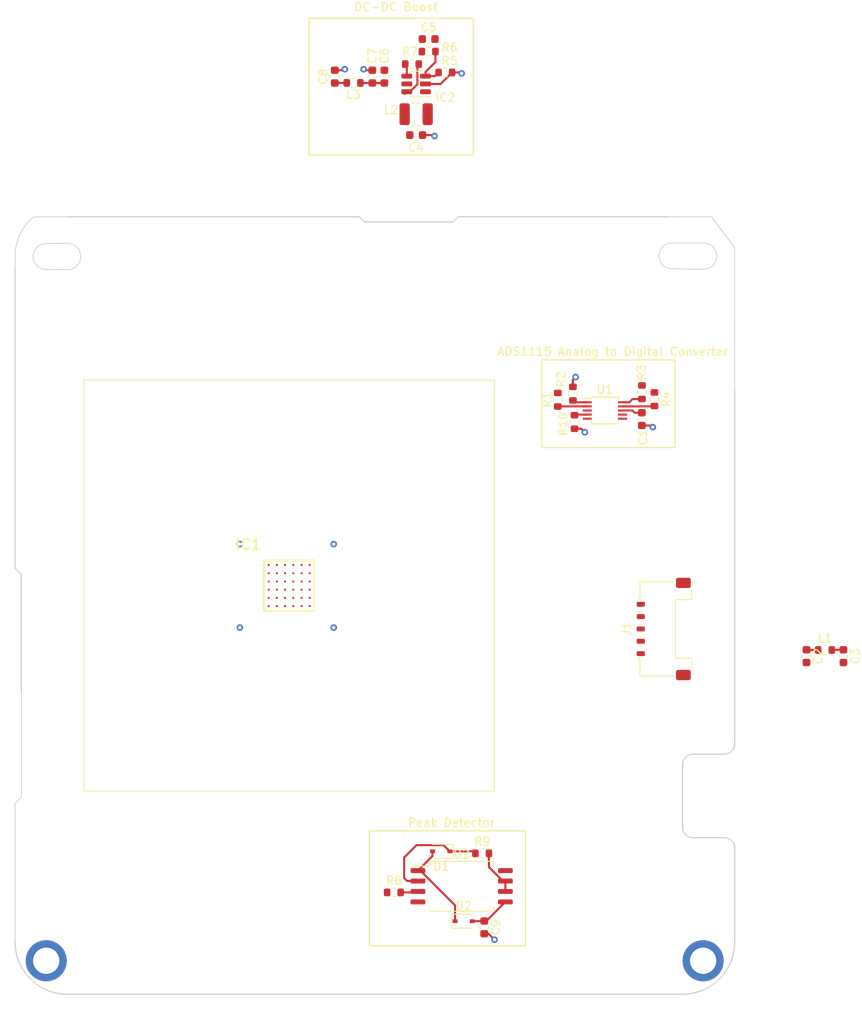
<source format=kicad_pcb>
(kicad_pcb (version 20211014) (generator pcbnew)
  (layers (0 "F.Cu" signal) (31 "B.Cu" signal) (34 "B.Paste" user) (35 "F.Paste" user) (36 "B.SilkS" user "B.Silkscreen") (37 "F.SilkS" user "F.Silkscreen") (38 "B.Mask" user) (39 "F.Mask" user) (44 "Edge.Cuts" user))
  (net 0 "")
  (net 1 "VDDA")
  (net 2 "GND")
  (net 3 "VCC")
  (net 4 "Net-(J1-Pad2)")
  (net 5 "Net-(J1-Pad3)")
  (net 6 "Net-(J1-Pad4)")
  (net 7 "Net-(R2-Pad1)")
  (net 8 "GNDA")
  (net 12 "/VOUT")
  (net 13 "Net-(C5-Pad2)")
  (net 14 "VBIAS")
  (net 15 "Net-(C9-Pad1)")
  (net 16 "Net-(D1-Pad1)")
  (net 17 "Net-(D1-Pad2)")
  (net 18 "Net-(IC1-PadC1)")
  (net 19 "/VIN")
  (net 20 "Net-(IC2-Pad4)")
  (net 21 "Net-(R8-Pad2)")
  (net 22 "Net-(U1-Pad4)")
  (footprint "Resistor_SMD:R_0603_1608Metric" (layer "F.Cu") (at 72.016 28.968)
    (fp_text reference "R5" (at 0.508 -1.43) (layer "F.SilkS"))
    (fp_text value "10K")
    (fp_line (start -0.237258 0.5225) (end 0.237258 0.5225) (layer "F.SilkS") (width 0.12))
    (fp_line (start -0.237258 -0.5225) (end 0.237258 -0.5225) (layer "F.SilkS") (width 0.12))
    (pad "1" smd roundrect (at -0.825 0) (size 0.8 0.95) (layers "F.Cu" "F.Paste" "F.Mask") (net 13 "Net-(C5-Pad2)"))
    (pad "2" smd roundrect (at 0.825 0) (size 0.8 0.95) (layers "F.Cu" "F.Paste" "F.Mask") (net 2 "GND"))
  )
  (footprint "Package_SO:SOIC-8_7.5x5.85mm_P1.27mm" (layer "F.Cu") (at 74 128)
    (fp_text reference "U2" (at 0 -3.88) (layer "F.SilkS"))
    (fp_text value "LM358")
    (fp_line (start -3.86 -2.465) (end -6.225 -2.465) (layer "F.SilkS") (width 0.12))
    (fp_line (start 0 -3.035) (end -3.86 -3.035) (layer "F.SilkS") (width 0.12))
    (fp_line (start 0 -3.035) (end 3.86 -3.035) (layer "F.SilkS") (width 0.12))
    (fp_line (start 3.86 3.035) (end 3.86 2.465) (layer "F.SilkS") (width 0.12))
    (fp_line (start 0 3.035) (end 3.86 3.035) (layer "F.SilkS") (width 0.12))
    (fp_line (start -3.86 3.035) (end -3.86 2.465) (layer "F.SilkS") (width 0.12))
    (fp_line (start -3.86 -3.035) (end -3.86 -2.465) (layer "F.SilkS") (width 0.12))
    (fp_line (start 3.86 -3.035) (end 3.86 -2.465) (layer "F.SilkS") (width 0.12))
    (fp_line (start 0 3.035) (end -3.86 3.035) (layer "F.SilkS") (width 0.12))
    (pad "1" smd roundrect (at -5.325 -1.905) (size 1.8 0.6) (layers "F.Cu" "F.Paste" "F.Mask") (net 17 "Net-(D1-Pad2)"))
    (pad "2" smd roundrect (at -5.325 -0.635) (size 1.8 0.6) (layers "F.Cu" "F.Paste" "F.Mask") (net 16 "Net-(D1-Pad1)"))
    (pad "3" smd roundrect (at -5.325 0.635) (size 1.8 0.6) (layers "F.Cu" "F.Paste" "F.Mask") (net 21 "Net-(R8-Pad2)"))
    (pad "4" smd roundrect (at -5.325 1.905) (size 1.8 0.6) (layers "F.Cu" "F.Paste" "F.Mask"))
    (pad "5" smd roundrect (at 5.325 1.905) (size 1.8 0.6) (layers "F.Cu" "F.Paste" "F.Mask") (net 15 "Net-(C9-Pad1)"))
    (pad "6" smd roundrect (at 5.325 0.635) (size 1.8 0.6) (layers "F.Cu" "F.Paste" "F.Mask") (net 22 "Net-(U1-Pad4)"))
    (pad "7" smd roundrect (at 5.325 -0.635) (size 1.8 0.6) (layers "F.Cu" "F.Paste" "F.Mask") (net 22 "Net-(U1-Pad4)"))
    (pad "8" smd roundrect (at 5.325 -1.905) (size 1.8 0.6) (layers "F.Cu" "F.Paste" "F.Mask"))
  )
  (footprint "Resistor_SMD:R_0603_1608Metric" (layer "F.Cu") (at 87.55 68.054 90)
    (fp_text reference "R2" (at 1.75 -1.44 90) (layer "F.SilkS"))
    (fp_text value "10K")
    (fp_line (start -0.237258 -0.5225) (end 0.237258 -0.5225) (layer "F.SilkS") (width 0.12))
    (fp_line (start -0.237258 0.5225) (end 0.237258 0.5225) (layer "F.SilkS") (width 0.12))
    (pad "1" smd roundrect (at -0.825 0 90) (size 0.8 0.95) (layers "F.Cu" "F.Paste" "F.Mask") (net 7 "Net-(R2-Pad1)"))
    (pad "2" smd roundrect (at 0.825 0 90) (size 0.8 0.95) (layers "F.Cu" "F.Paste" "F.Mask") (net 2 "GND"))
  )
  (footprint "Resistor_SMD:R_0603_1608Metric" (layer "F.Cu") (at 95.96 67.884 -90)
    (fp_text reference "R3" (at -2.44 0.03 90) (layer "F.SilkS"))
    (fp_text value "10K")
    (fp_line (start -0.237258 0.5225) (end 0.237258 0.5225) (layer "F.SilkS") (width 0.12))
    (fp_line (start -0.237258 -0.5225) (end 0.237258 -0.5225) (layer "F.SilkS") (width 0.12))
    (pad "1" smd roundrect (at -0.825 0 270) (size 0.8 0.95) (layers "F.Cu" "F.Paste" "F.Mask") (net 3 "VCC"))
    (pad "2" smd roundrect (at 0.825 0 270) (size 0.8 0.95) (layers "F.Cu" "F.Paste" "F.Mask") (net 5 "Net-(J1-Pad3)"))
  )
  (footprint "Capacitor_SMD:C_0603_1608Metric" (layer "F.Cu") (at 58.554 29.476 90)
    (fp_text reference "C8" (at 0 -1.43 90) (layer "F.SilkS"))
    (fp_text value "1uF")
    (fp_line (start -0.14058 0.51) (end 0.14058 0.51) (layer "F.SilkS") (width 0.12))
    (fp_line (start -0.14058 -0.51) (end 0.14058 -0.51) (layer "F.SilkS") (width 0.12))
    (pad "1" smd roundrect (at -0.775 0 90) (size 0.9 0.95) (layers "F.Cu" "F.Paste" "F.Mask") (net 14 "VBIAS"))
    (pad "2" smd roundrect (at 0.775 0 90) (size 0.9 0.95) (layers "F.Cu" "F.Paste" "F.Mask") (net 2 "GND"))
  )
  (footprint "Capacitor_SMD:C_0603_1608Metric" (layer "F.Cu") (at 64.587 29.476 90)
    (fp_text reference "C6" (at 2.527 0 90) (layer "F.SilkS"))
    (fp_text value "1uF")
    (fp_line (start -0.14058 0.51) (end 0.14058 0.51) (layer "F.SilkS") (width 0.12))
    (fp_line (start -0.14058 -0.51) (end 0.14058 -0.51) (layer "F.SilkS") (width 0.12))
    (pad "1" smd roundrect (at -0.775 0 90) (size 0.9 0.95) (layers "F.Cu" "F.Paste" "F.Mask") (net 12 "/VOUT"))
    (pad "2" smd roundrect (at 0.775 0 90) (size 0.9 0.95) (layers "F.Cu" "F.Paste" "F.Mask") (net 2 "GND"))
  )
  (footprint "" (layer "F.Cu") (at 103.41 137.065)
    (fp_text reference "" (at 0 0) (layer "F.SilkS") (effects (font (size 1.27 1.27))))
    (fp_text value "" (at 0 0) (layer "F.SilkS") (effects (font (size 1.27 1.27))))
    (pad "1" thru_hole circle locked (at 0 0) (size 5 5) (drill 3.2) (layers *.Cu *.Mask) (net 2 "GND"))
  )
  (footprint "Resistor_SMD:R_0603_1608Metric" (layer "F.Cu") (at 97.48 68.734 -90)
    (fp_text reference "R4" (at 0 -1.43 90) (layer "F.SilkS"))
    (fp_text value "10K")
    (fp_line (start -0.237258 -0.5225) (end 0.237258 -0.5225) (layer "F.SilkS") (width 0.12))
    (fp_line (start -0.237258 0.5225) (end 0.237258 0.5225) (layer "F.SilkS") (width 0.12))
    (pad "1" smd roundrect (at -0.825 0 270) (size 0.8 0.95) (layers "F.Cu" "F.Paste" "F.Mask") (net 3 "VCC"))
    (pad "2" smd roundrect (at 0.825 0 270) (size 0.8 0.95) (layers "F.Cu" "F.Paste" "F.Mask") (net 6 "Net-(J1-Pad4)"))
  )
  (footprint "Resistor_SMD:R_0603_1608Metric" (layer "F.Cu") (at 67.952 27.952 180)
    (fp_text reference "R7" (at 0.237258 1.524) (layer "F.SilkS"))
    (fp_text value "10K")
    (fp_line (start -0.237258 0.5225) (end 0.237258 0.5225) (layer "F.SilkS") (width 0.12))
    (fp_line (start -0.237258 -0.5225) (end 0.237258 -0.5225) (layer "F.SilkS") (width 0.12))
    (pad "1" smd roundrect (at -0.825 0 180) (size 0.8 0.95) (layers "F.Cu" "F.Paste" "F.Mask") (net 19 "/VIN"))
    (pad "2" smd roundrect (at 0.825 0 180) (size 0.8 0.95) (layers "F.Cu" "F.Paste" "F.Mask") (net 20 "Net-(IC2-Pad4)"))
  )
  (footprint "Connector_Molex:Molex_Pico-Lock_504050-0591_1x05-1MP_P1.50mm_Horizontal" (layer "F.Cu") (at 98.61 96.69 90)
    (fp_text reference "J1" (at 0 -4.5 90) (layer "F.SilkS"))
    (fp_text value "Conn_01x05_Female")
    (fp_line (start -5.735 -2.895) (end -3.56 -2.895) (layer "F.SilkS") (width 0.12))
    (fp_line (start -4.72 3.425) (end -3.565 3.425) (layer "F.SilkS") (width 0.12))
    (fp_line (start -5.735 1.235) (end -5.735 -2.895) (layer "F.SilkS") (width 0.12))
    (fp_line (start 3.565 1.425) (end 3.565 3.425) (layer "F.SilkS") (width 0.12))
    (fp_line (start -3.565 1.425) (end 3.565 1.425) (layer "F.SilkS") (width 0.12))
    (fp_line (start 5.735 -2.895) (end 3.56 -2.895) (layer "F.SilkS") (width 0.12))
    (fp_line (start 5.735 1.235) (end 5.735 -2.895) (layer "F.SilkS") (width 0.12))
    (fp_line (start -3.56 -2.895) (end -3.56 -3.295) (layer "F.SilkS") (width 0.12))
    (fp_line (start -3.565 3.425) (end -3.565 1.425) (layer "F.SilkS") (width 0.12))
    (fp_line (start 3.565 3.425) (end 4.72 3.425) (layer "F.SilkS") (width 0.12))
    (pad "1" smd roundrect (at -3 -2.795 90) (size 0.6 1) (layers "F.Cu" "F.Paste" "F.Mask") (net 3 "VCC"))
    (pad "2" smd roundrect (at -1.5 -2.795 90) (size 0.6 1) (layers "F.Cu" "F.Paste" "F.Mask") (net 4 "Net-(J1-Pad2)"))
    (pad "3" smd roundrect (at 0 -2.795 90) (size 0.6 1) (layers "F.Cu" "F.Paste" "F.Mask") (net 5 "Net-(J1-Pad3)"))
    (pad "4" smd roundrect (at 1.5 -2.795 90) (size 0.6 1) (layers "F.Cu" "F.Paste" "F.Mask") (net 6 "Net-(J1-Pad4)"))
    (pad "5" smd roundrect (at 3 -2.795 90) (size 0.6 1) (layers "F.Cu" "F.Paste" "F.Mask") (net 2 "GND"))
    (pad "MP" smd roundrect (at 5.605 2.395 90) (size 1.25 1.8) (layers "F.Cu" "F.Paste" "F.Mask") (roundrect_rratio 0.2))
    (pad "MP" smd roundrect (at -5.605 2.395 90) (size 1.25 1.8) (layers "F.Cu" "F.Paste" "F.Mask") (roundrect_rratio 0.2))
  )
  (footprint "" (layer "F.Cu") (at 23.41 137.065)
    (fp_text reference "" (at 0 0) (layer "F.SilkS") (effects (font (size 1.27 1.27))))
    (fp_text value "" (at 0 0) (layer "F.SilkS") (effects (font (size 1.27 1.27))))
    (pad "1" thru_hole circle locked (at 0 0) (size 5 5) (drill 3.2) (layers *.Cu *.Mask) (net 2 "GND"))
  )
  (footprint "Resistor_SMD:R_0603_1608Metric" (layer "F.Cu") (at 87.75 71.5 90)
    (fp_text reference "R10" (at -0.25 -1.43 90) (layer "F.SilkS"))
    (fp_text value "?")
    (fp_line (start -0.237258 0.5225) (end 0.237258 0.5225) (layer "F.SilkS") (width 0.12))
    (fp_line (start -0.237258 -0.5225) (end 0.237258 -0.5225) (layer "F.SilkS") (width 0.12))
    (pad "1" smd roundrect (at -0.825 0 90) (size 0.8 0.95) (layers "F.Cu" "F.Paste" "F.Mask") (net 2 "GND"))
    (pad "2" smd roundrect (at 0.825 0 90) (size 0.8 0.95) (layers "F.Cu" "F.Paste" "F.Mask") (net 22 "Net-(U1-Pad4)"))
  )
  (footprint "Resistor_SMD:R_0603_1608Metric" (layer "F.Cu") (at 85.71 68.794 -90)
    (fp_text reference "R1" (at -0.01 1.29 90) (layer "F.SilkS"))
    (fp_text value "10K")
    (fp_line (start -0.237258 0.5225) (end 0.237258 0.5225) (layer "F.SilkS") (width 0.12))
    (fp_line (start -0.237258 -0.5225) (end 0.237258 -0.5225) (layer "F.SilkS") (width 0.12))
    (pad "1" smd roundrect (at -0.825 0 270) (size 0.8 0.95) (layers "F.Cu" "F.Paste" "F.Mask") (net 3 "VCC"))
    (pad "2" smd roundrect (at 0.825 0 270) (size 0.8 0.95) (layers "F.Cu" "F.Paste" "F.Mask") (net 4 "Net-(J1-Pad2)"))
  )
  (footprint "Capacitor_SMD:C_0603_1608Metric" (layer "F.Cu") (at 116 100 -90)
    (fp_text reference "C2" (at 0 -1.43 90) (layer "F.SilkS"))
    (fp_text value "C")
    (fp_line (start -0.14058 0.51) (end 0.14058 0.51) (layer "F.SilkS") (width 0.12))
    (fp_line (start -0.14058 -0.51) (end 0.14058 -0.51) (layer "F.SilkS") (width 0.12))
    (pad "1" smd roundrect (at -0.775 0 270) (size 0.9 0.95) (layers "F.Cu" "F.Paste" "F.Mask") (net 1 "VDDA"))
    (pad "2" smd roundrect (at 0.775 0 270) (size 0.9 0.95) (layers "F.Cu" "F.Paste" "F.Mask") (net 2 "GND"))
  )
  (footprint "Capacitor_SMD:C_0603_1608Metric" (layer "F.Cu") (at 120.5 100 -90)
    (fp_text reference "C3" (at 0 -1.43 90) (layer "F.SilkS"))
    (fp_text value "C")
    (fp_line (start -0.14058 -0.51) (end 0.14058 -0.51) (layer "F.SilkS") (width 0.12))
    (fp_line (start -0.14058 0.51) (end 0.14058 0.51) (layer "F.SilkS") (width 0.12))
    (pad "1" smd roundrect (at -0.775 0 270) (size 0.9 0.95) (layers "F.Cu" "F.Paste" "F.Mask") (net 3 "VCC"))
    (pad "2" smd roundrect (at 0.775 0 270) (size 0.9 0.95) (layers "F.Cu" "F.Paste" "F.Mask") (net 2 "GND"))
  )
  (footprint "Resistor_SMD:R_0603_1608Metric" (layer "F.Cu") (at 65.75 128.75)
    (fp_text reference "R8" (at 0 -1.43) (layer "F.SilkS"))
    (fp_text value "10K")
    (fp_line (start -0.237258 -0.5225) (end 0.237258 -0.5225) (layer "F.SilkS") (width 0.12))
    (fp_line (start -0.237258 0.5225) (end 0.237258 0.5225) (layer "F.SilkS") (width 0.12))
    (pad "1" smd roundrect (at -0.825 0) (size 0.8 0.95) (layers "F.Cu" "F.Paste" "F.Mask") (net 18 "Net-(IC1-PadC1)"))
    (pad "2" smd roundrect (at 0.825 0) (size 0.8 0.95) (layers "F.Cu" "F.Paste" "F.Mask") (net 21 "Net-(R8-Pad2)"))
  )
  (footprint "Capacitor_SMD:C_0603_1608Metric" (layer "F.Cu") (at 63.126 29.476 90)
    (fp_text reference "C7" (at 2.54 0 90) (layer "F.SilkS"))
    (fp_text value "0.47pF")
    (fp_line (start -0.14058 -0.51) (end 0.14058 -0.51) (layer "F.SilkS") (width 0.12))
    (fp_line (start -0.14058 0.51) (end 0.14058 0.51) (layer "F.SilkS") (width 0.12))
    (pad "1" smd roundrect (at -0.775 0 90) (size 0.9 0.95) (layers "F.Cu" "F.Paste" "F.Mask") (net 12 "/VOUT"))
    (pad "2" smd roundrect (at 0.775 0 90) (size 0.9 0.95) (layers "F.Cu" "F.Paste" "F.Mask") (net 2 "GND"))
  )
  (footprint "Diode_SMD:D_SOD-323" (layer "F.Cu") (at 71.5 123.75 180)
    (fp_text reference "D1" (at 0 -1.85) (layer "F.SilkS"))
    (fp_text value "DIODE")
    (fp_line (start -1.5 -0.85) (end 1.05 -0.85) (layer "F.SilkS") (width 0.12))
    (fp_line (start -1.5 0.85) (end 1.05 0.85) (layer "F.SilkS") (width 0.12))
    (fp_line (start -1.5 -0.85) (end -1.5 0.85) (layer "F.SilkS") (width 0.12))
    (pad "1" smd rect (at -1.05 0 180) (size 0.6 0.45) (layers "F.Cu" "F.Paste" "F.Mask") (net 16 "Net-(D1-Pad1)"))
    (pad "2" smd rect (at 1.05 0 180) (size 0.6 0.45) (layers "F.Cu" "F.Paste" "F.Mask") (net 17 "Net-(D1-Pad2)"))
  )
  (footprint "Capacitor_SMD:C_0603_1608Metric" (layer "F.Cu") (at 68.46 36.588)
    (fp_text reference "C4" (at 0 1.524) (layer "F.SilkS"))
    (fp_text value "1uF")
    (fp_line (start -0.14058 -0.51) (end 0.14058 -0.51) (layer "F.SilkS") (width 0.12))
    (fp_line (start -0.14058 0.51) (end 0.14058 0.51) (layer "F.SilkS") (width 0.12))
    (pad "1" smd roundrect (at -0.775 0) (size 0.9 0.95) (layers "F.Cu" "F.Paste" "F.Mask") (net 1 "VDDA"))
    (pad "2" smd roundrect (at 0.775 0) (size 0.9 0.95) (layers "F.Cu" "F.Paste" "F.Mask") (net 2 "GND"))
  )
  (footprint "Capacitor_SMD:C_0603_1608Metric" (layer "F.Cu") (at 95.95 71.154 -90)
    (fp_text reference "C1" (at 2.2 -0.11 90) (layer "F.SilkS"))
    (fp_text value "0.1")
    (fp_line (start -0.14058 0.51) (end 0.14058 0.51) (layer "F.SilkS") (width 0.12))
    (fp_line (start -0.14058 -0.51) (end 0.14058 -0.51) (layer "F.SilkS") (width 0.12))
    (pad "1" smd roundrect (at -0.775 0 270) (size 0.9 0.95) (layers "F.Cu" "F.Paste" "F.Mask") (net 1 "VDDA"))
    (pad "2" smd roundrect (at 0.775 0 270) (size 0.9 0.95) (layers "F.Cu" "F.Paste" "F.Mask") (net 2 "GND"))
  )
  (footprint "Resistor_SMD:R_0603_1608Metric" (layer "F.Cu") (at 69.984 26.428 180)
    (fp_text reference "R6" (at -2.54 0.508) (layer "F.SilkS"))
    (fp_text value "280K")
    (fp_line (start -0.237258 -0.5225) (end 0.237258 -0.5225) (layer "F.SilkS") (width 0.12))
    (fp_line (start -0.237258 0.5225) (end 0.237258 0.5225) (layer "F.SilkS") (width 0.12))
    (pad "1" smd roundrect (at -0.825 0 180) (size 0.8 0.95) (layers "F.Cu" "F.Paste" "F.Mask") (net 13 "Net-(C5-Pad2)"))
    (pad "2" smd roundrect (at 0.825 0 180) (size 0.8 0.95) (layers "F.Cu" "F.Paste" "F.Mask") (net 12 "/VOUT"))
  )
  (footprint "SiPM:MICROFJ60035TSVTR1" (layer "F.Cu") (at 53 91.41)
    (fp_text reference "IC1" (at -5 -5) (layer "F.SilkS") (effects (font (size 1.27 1.27) (thickness 0.254))))
    (fp_text value "MICROFJ-60035-TSV-TR1" hide)
    (fp_line (start 3.065 -3.065) (end 3.065 3.065) (layer "F.SilkS") (width 0.2))
    (fp_line (start -25 25) (end -25 0) (layer "F.SilkS") (width 0.12))
    (fp_line (start -3.7 -2.5) (end -3.7 -2.5) (layer "F.SilkS") (width 0.1))
    (fp_line (start 25 25) (end -25 25) (layer "F.SilkS") (width 0.12))
    (fp_line (start -3.065 3.065) (end -3.065 -3.065) (layer "F.SilkS") (width 0.2))
    (fp_line (start -3.065 -3.065) (end 3.065 -3.065) (layer "F.SilkS") (width 0.2))
    (fp_line (start -3.6 -2.5) (end -3.6 -2.5) (layer "F.SilkS") (width 0.1))
    (fp_line (start 25 -25) (end 25 25) (layer "F.SilkS") (width 0.12))
    (fp_line (start 3.065 3.065) (end -3.065 3.065) (layer "F.SilkS") (width 0.2))
    (fp_line (start -25 -25) (end 25 -25) (layer "F.SilkS") (width 0.12))
    (fp_line (start -25 0) (end -25 -25) (layer "F.SilkS") (width 0.12))
    (fp_arc (start -3.7 -2.5) (mid -3.65 -2.55) (end -3.6 -2.5) (layer "F.SilkS") (width 0.1))
    (fp_arc (start -3.6 -2.5) (mid -3.65 -2.45) (end -3.7 -2.5) (layer "F.SilkS") (width 0.1))
    (pad "A1" smd circle (at -2.5 -2.5 90) (size 0.26 0.26) (layers "F.Cu" "F.Paste" "F.Mask") (net 14 "VBIAS"))
    (pad "A2" smd circle (at -1.5 -2.5 90) (size 0.26 0.26) (layers "F.Cu" "F.Paste" "F.Mask") (net 2 "GND"))
    (pad "A3" smd circle (at -0.5 -2.5 90) (size 0.26 0.26) (layers "F.Cu" "F.Paste" "F.Mask") (net 2 "GND"))
    (pad "A4" smd circle (at 0.5 -2.5 90) (size 0.26 0.26) (layers "F.Cu" "F.Paste" "F.Mask") (net 2 "GND"))
    (pad "A5" smd circle (at 1.5 -2.5 90) (size 0.26 0.26) (layers "F.Cu" "F.Paste" "F.Mask") (net 2 "GND"))
    (pad "A6" smd circle (at 2.5 -2.5 90) (size 0.26 0.26) (layers "F.Cu" "F.Paste" "F.Mask") (net 2 "GND"))
    (pad "B1" smd circle (at -2.5 -1.5 90) (size 0.26 0.26) (layers "F.Cu" "F.Paste" "F.Mask") (net 2 "GND"))
    (pad "B2" smd circle (at -1.5 -1.5 90) (size 0.26 0.26) (layers "F.Cu" "F.Paste" "F.Mask") (net 2 "GND"))
    (pad "B3" smd circle (at -0.5 -1.5 90) (size 0.26 0.26) (layers "F.Cu" "F.Paste" "F.Mask") (net 2 "GND"))
    (pad "B4" smd circle (at 0.5 -1.5 90) (size 0.26 0.26) (layers "F.Cu" "F.Paste" "F.Mask") (net 2 "GND"))
    (pad "B5" smd circle (at 1.5 -1.5 90) (size 0.26 0.26) (layers "F.Cu" "F.Paste" "F.Mask") (net 2 "GND"))
    (pad "B6" smd circle (at 2.5 -1.5 90) (size 0.26 0.26) (layers "F.Cu" "F.Paste" "F.Mask") (net 2 "GND"))
    (pad "C1" smd circle (at -2.5 -0.5 90) (size 0.26 0.26) (layers "F.Cu" "F.Paste" "F.Mask") (net 18 "Net-(IC1-PadC1)"))
    (pad "C2" smd circle (at -1.5 -0.5 90) (size 0.26 0.26) (layers "F.Cu" "F.Paste" "F.Mask") (net 2 "GND"))
    (pad "C3" smd circle (at -0.5 -0.5 90) (size 0.26 0.26) (layers "F.Cu" "F.Paste" "F.Mask") (net 2 "GND"))
    (pad "C4" smd circle (at 0.5 -0.5 90) (size 0.26 0.26) (layers "F.Cu" "F.Paste" "F.Mask") (net 2 "GND"))
    (pad "C5" smd circle (at 1.5 -0.5 90) (size 0.26 0.26) (layers "F.Cu" "F.Paste" "F.Mask") (net 2 "GND"))
    (pad "C6" smd circle (at 2.5 -0.5 90) (size 0.26 0.26) (layers "F.Cu" "F.Paste" "F.Mask"))
    (pad "D1" smd circle (at -2.5 0.5 90) (size 0.26 0.26) (layers "F.Cu" "F.Paste" "F.Mask") (net 18 "Net-(IC1-PadC1)"))
    (pad "D2" smd circle (at -1.5 0.5 90) (size 0.26 0.26) (layers "F.Cu" "F.Paste" "F.Mask") (net 2 "GND"))
    (pad "D3" smd circle (at -0.5 0.5 90) (size 0.26 0.26) (layers "F.Cu" "F.Paste" "F.Mask") (net 2 "GND"))
    (pad "D4" smd circle (at 0.5 0.5 90) (size 0.26 0.26) (layers "F.Cu" "F.Paste" "F.Mask") (net 2 "GND"))
    (pad "D5" smd circle (at 1.5 0.5 90) (size 0.26 0.26) (layers "F.Cu" "F.Paste" "F.Mask") (net 2 "GND"))
    (pad "D6" smd circle (at 2.5 0.5 90) (size 0.26 0.26) (layers "F.Cu" "F.Paste" "F.Mask"))
    (pad "E1" smd circle (at -2.5 1.5 90) (size 0.26 0.26) (layers "F.Cu" "F.Paste" "F.Mask") (net 2 "GND"))
    (pad "E2" smd circle (at -1.5 1.5 90) (size 0.26 0.26) (layers "F.Cu" "F.Paste" "F.Mask") (net 2 "GND"))
    (pad "E3" smd circle (at -0.5 1.5 90) (size 0.26 0.26) (layers "F.Cu" "F.Paste" "F.Mask") (net 2 "GND"))
    (pad "E4" smd circle (at 0.5 1.5 90) (size 0.26 0.26) (layers "F.Cu" "F.Paste" "F.Mask") (net 2 "GND"))
    (pad "E5" smd circle (at 1.5 1.5 90) (size 0.26 0.26) (layers "F.Cu" "F.Paste" "F.Mask") (net 2 "GND"))
    (pad "E6" smd circle (at 2.5 1.5 90) (size 0.26 0.26) (layers "F.Cu" "F.Paste" "F.Mask") (net 2 "GND"))
    (pad "F1" smd circle (at -2.5 2.5 90) (size 0.26 0.26) (layers "F.Cu" "F.Paste" "F.Mask") (net 2 "GND"))
    (pad "F2" smd circle (at -1.5 2.5 90) (size 0.26 0.26) (layers "F.Cu" "F.Paste" "F.Mask") (net 2 "GND"))
    (pad "F3" smd circle (at -0.5 2.5 90) (size 0.26 0.26) (layers "F.Cu" "F.Paste" "F.Mask") (net 2 "GND"))
    (pad "F4" smd circle (at 0.5 2.5 90) (size 0.26 0.26) (layers "F.Cu" "F.Paste" "F.Mask") (net 2 "GND"))
    (pad "F5" smd circle (at 1.5 2.5 90) (size 0.26 0.26) (layers "F.Cu" "F.Paste" "F.Mask") (net 2 "GND"))
    (pad "F6" smd circle (at 2.5 2.5 90) (size 0.26 0.26) (layers "F.Cu" "F.Paste" "F.Mask") (net 14 "VBIAS"))
  )
  (footprint "Resistor_SMD:R_0603_1608Metric" (layer "F.Cu") (at 76.5 124)
    (fp_text reference "R9" (at 0 -1.43) (layer "F.SilkS"))
    (fp_text value "10K")
    (fp_line (start -0.237258 -0.5225) (end 0.237258 -0.5225) (layer "F.SilkS") (width 0.12))
    (fp_line (start -0.237258 0.5225) (end 0.237258 0.5225) (layer "F.SilkS") (width 0.12))
    (pad "1" smd roundrect (at -0.825 0) (size 0.8 0.95) (layers "F.Cu" "F.Paste" "F.Mask") (net 16 "Net-(D1-Pad1)"))
    (pad "2" smd roundrect (at 0.825 0) (size 0.8 0.95) (layers "F.Cu" "F.Paste" "F.Mask") (net 22 "Net-(U1-Pad4)"))
  )
  (footprint "Diode_SMD:D_SOD-323" (layer "F.Cu") (at 74.25 132.25)
    (fp_text reference "D2" (at 0 -1.85) (layer "F.SilkS"))
    (fp_text value "DIODE")
    (fp_line (start -1.5 0.85) (end 1.05 0.85) (layer "F.SilkS") (width 0.12))
    (fp_line (start -1.5 -0.85) (end -1.5 0.85) (layer "F.SilkS") (width 0.12))
    (fp_line (start -1.5 -0.85) (end 1.05 -0.85) (layer "F.SilkS") (width 0.12))
    (pad "1" smd rect (at -1.05 0) (size 0.6 0.45) (layers "F.Cu" "F.Paste" "F.Mask") (net 17 "Net-(D1-Pad2)"))
    (pad "2" smd rect (at 1.05 0) (size 0.6 0.45) (layers "F.Cu" "F.Paste" "F.Mask") (net 15 "Net-(C9-Pad1)"))
  )
  (footprint "Package_TO_SOT_SMD:TSOT-23-6" (layer "F.Cu") (at 68.46 30.366 180)
    (fp_text reference "IC2" (at -3.556 -1.65) (layer "F.SilkS"))
    (fp_text value "LT3461AES6#TRMPBF")
    (fp_line (start 0 -1.56) (end -1.8 -1.56) (layer "F.SilkS") (width 0.12))
    (fp_line (start 0 1.56) (end 0.8 1.56) (layer "F.SilkS") (width 0.12))
    (fp_line (start 0 1.56) (end -0.8 1.56) (layer "F.SilkS") (width 0.12))
    (fp_line (start 0 -1.56) (end 0.8 -1.56) (layer "F.SilkS") (width 0.12))
    (pad "1" smd roundrect (at -1.1375 -0.95 180) (size 1.325 0.6) (layers "F.Cu" "F.Paste" "F.Mask") (net 1 "VDDA"))
    (pad "2" smd roundrect (at -1.1375 0 180) (size 1.325 0.6) (layers "F.Cu" "F.Paste" "F.Mask") (net 2 "GND"))
    (pad "3" smd roundrect (at -1.1375 0.95 180) (size 1.325 0.6) (layers "F.Cu" "F.Paste" "F.Mask") (net 13 "Net-(C5-Pad2)"))
    (pad "4" smd roundrect (at 1.1375 0.95 180) (size 1.325 0.6) (layers "F.Cu" "F.Paste" "F.Mask") (net 20 "Net-(IC2-Pad4)"))
    (pad "5" smd roundrect (at 1.1375 0 180) (size 1.325 0.6) (layers "F.Cu" "F.Paste" "F.Mask") (net 12 "/VOUT"))
    (pad "6" smd roundrect (at 1.1375 -0.95 180) (size 1.325 0.6) (layers "F.Cu" "F.Paste" "F.Mask") (net 19 "/VIN"))
  )
  (footprint "Capacitor_SMD:C_0603_1608Metric" (layer "F.Cu") (at 76.75 133 -90)
    (fp_text reference "C9" (at 0 -1.43 90) (layer "F.SilkS"))
    (fp_text value "?")
    (fp_line (start -0.14058 0.51) (end 0.14058 0.51) (layer "F.SilkS") (width 0.12))
    (fp_line (start -0.14058 -0.51) (end 0.14058 -0.51) (layer "F.SilkS") (width 0.12))
    (pad "1" smd roundrect (at -0.775 0 270) (size 0.9 0.95) (layers "F.Cu" "F.Paste" "F.Mask") (net 15 "Net-(C9-Pad1)"))
    (pad "2" smd roundrect (at 0.775 0 270) (size 0.9 0.95) (layers "F.Cu" "F.Paste" "F.Mask") (net 2 "GND"))
  )
  (footprint "Capacitor_SMD:C_0603_1608Metric" (layer "F.Cu") (at 69.984 24.904)
    (fp_text reference "C5" (at 0 -1.43) (layer "F.SilkS"))
    (fp_text value "50pF")
    (fp_line (start -0.14058 0.51) (end 0.14058 0.51) (layer "F.SilkS") (width 0.12))
    (fp_line (start -0.14058 -0.51) (end 0.14058 -0.51) (layer "F.SilkS") (width 0.12))
    (pad "1" smd roundrect (at -0.775 0) (size 0.9 0.95) (layers "F.Cu" "F.Paste" "F.Mask") (net 12 "/VOUT"))
    (pad "2" smd roundrect (at 0.775 0) (size 0.9 0.95) (layers "F.Cu" "F.Paste" "F.Mask") (net 13 "Net-(C5-Pad2)"))
  )
  (footprint "Resistor_SMD:R_0603_1608Metric" (layer "F.Cu") (at 118.25 99.25)
    (fp_text reference "L1" (at 0 -1.43) (layer "F.SilkS"))
    (fp_text value "L_Ferrite")
    (fp_line (start -0.237258 0.5225) (end 0.237258 0.5225) (layer "F.SilkS") (width 0.12))
    (fp_line (start -0.237258 -0.5225) (end 0.237258 -0.5225) (layer "F.SilkS") (width 0.12))
    (pad "1" smd roundrect (at -0.825 0) (size 0.8 0.95) (layers "F.Cu" "F.Paste" "F.Mask") (net 1 "VDDA"))
    (pad "2" smd roundrect (at 0.825 0) (size 0.8 0.95) (layers "F.Cu" "F.Paste" "F.Mask") (net 3 "VCC"))
  )
  (footprint "Package_SO:TSSOP-10_3x3mm_P0.5mm" (layer "F.Cu") (at 91.44 70.104)
    (fp_text reference "U1" (at 0 -2.55) (layer "F.SilkS"))
    (fp_text value "ADS1115IDGS")
    (fp_line (start -1.625 -1.625) (end -1.625 -1.45) (layer "F.SilkS") (width 0.15))
    (fp_line (start -1.625 -1.45) (end -2.7 -1.45) (layer "F.SilkS") (width 0.15))
    (fp_line (start 1.625 -1.625) (end 1.625 -1.35) (layer "F.SilkS") (width 0.15))
    (fp_line (start -1.625 1.625) (end -1.625 1.35) (layer "F.SilkS") (width 0.15))
    (fp_line (start -1.625 1.625) (end 1.625 1.625) (layer "F.SilkS") (width 0.15))
    (fp_line (start -1.625 -1.625) (end 1.625 -1.625) (layer "F.SilkS") (width 0.15))
    (fp_line (start 1.625 1.625) (end 1.625 1.35) (layer "F.SilkS") (width 0.15))
    (pad "1" smd rect (at -2.15 -1) (size 1.1 0.25) (layers "F.Cu" "F.Paste" "F.Mask") (net 7 "Net-(R2-Pad1)"))
    (pad "2" smd rect (at -2.15 -0.5) (size 1.1 0.25) (layers "F.Cu" "F.Paste" "F.Mask") (net 4 "Net-(J1-Pad2)"))
    (pad "3" smd rect (at -2.15 0) (size 1.1 0.25) (layers "F.Cu" "F.Paste" "F.Mask") (net 8 "GNDA"))
    (pad "4" smd rect (at -2.15 0.5) (size 1.1 0.25) (layers "F.Cu" "F.Paste" "F.Mask") (net 22 "Net-(U1-Pad4)"))
    (pad "5" smd rect (at -2.15 1) (size 1.1 0.25) (layers "F.Cu" "F.Paste" "F.Mask"))
    (pad "6" smd rect (at 2.15 1) (size 1.1 0.25) (layers "F.Cu" "F.Paste" "F.Mask"))
    (pad "7" smd rect (at 2.15 0.5) (size 1.1 0.25) (layers "F.Cu" "F.Paste" "F.Mask"))
    (pad "8" smd rect (at 2.15 0) (size 1.1 0.25) (layers "F.Cu" "F.Paste" "F.Mask") (net 1 "VDDA"))
    (pad "9" smd rect (at 2.15 -0.5) (size 1.1 0.25) (layers "F.Cu" "F.Paste" "F.Mask") (net 6 "Net-(J1-Pad4)"))
    (pad "10" smd rect (at 2.15 -1) (size 1.1 0.25) (layers "F.Cu" "F.Paste" "F.Mask") (net 5 "Net-(J1-Pad3)"))
  )
  (footprint "Inductor_SMD:L_1210_3225Metric" (layer "F.Cu") (at 68.46 34.048 180)
    (fp_text reference "L2" (at 3.048 0.508) (layer "F.SilkS"))
    (fp_text value "18uH")
    (fp_line (start -0.602064 -1.36) (end 0.602064 -1.36) (layer "F.SilkS") (width 0.12))
    (fp_line (start -0.602064 1.36) (end 0.602064 1.36) (layer "F.SilkS") (width 0.12))
    (pad "1" smd roundrect (at -1.4 0 180) (size 1.25 2.65) (layers "F.Cu" "F.Paste" "F.Mask") (roundrect_rratio 0.2) (net 1 "VDDA"))
    (pad "2" smd roundrect (at 1.4 0 180) (size 1.25 2.65) (layers "F.Cu" "F.Paste" "F.Mask") (roundrect_rratio 0.2) (net 19 "/VIN"))
  )
  (footprint "Resistor_SMD:R_0603_1608Metric" (layer "F.Cu") (at 60.84 30.238 180)
    (fp_text reference "L3" (at 0 -1.43) (layer "F.SilkS"))
    (fp_text value "2.5k Ferrite")
    (fp_line (start -0.237258 -0.5225) (end 0.237258 -0.5225) (layer "F.SilkS") (width 0.12))
    (fp_line (start -0.237258 0.5225) (end 0.237258 0.5225) (layer "F.SilkS") (width 0.12))
    (pad "1" smd roundrect (at -0.825 0 180) (size 0.8 0.95) (layers "F.Cu" "F.Paste" "F.Mask") (net 12 "/VOUT"))
    (pad "2" smd roundrect (at 0.825 0 180) (size 0.8 0.95) (layers "F.Cu" "F.Paste" "F.Mask") (net 14 "VBIAS"))
  )
  (gr_line (start 75.412 22.366) (end 75.412 39) (layer "F.SilkS") (width 0.15))
  (gr_line (start 75.412 39) (end 55.412 39) (layer "F.SilkS") (width 0.15))
  (gr_line (start 100.008 63.948) (end 83.752 63.948) (layer "F.SilkS") (width 0.15))
  (gr_line (start 55.412 39) (end 55.412 22.366) (layer "F.SilkS") (width 0.15))
  (gr_line (start 83.752 63.948) (end 83.752 74.616) (layer "F.SilkS") (width 0.15))
  (gr_line (start 100.008 74.616) (end 100.008 63.948) (layer "F.SilkS") (width 0.15))
  (gr_line (start 55.412 22.366) (end 75.412 22.366) (layer "F.SilkS") (width 0.15))
  (gr_line (start 81.75 121.25) (end 62.75 121.25) (layer "F.SilkS") (width 0.15))
  (gr_line (start 62.75 135.25) (end 81.75 135.25) (layer "F.SilkS") (width 0.15))
  (gr_line (start 83.752 74.616) (end 100.008 74.616) (layer "F.SilkS") (width 0.15))
  (gr_line (start 81.75 135.25) (end 81.75 121.25) (layer "F.SilkS") (width 0.15))
  (gr_line (start 62.75 121.25) (end 62.75 135.25) (layer "F.SilkS") (width 0.15))
  (gr_arc locked (start 107.25 110.66) (mid 106.878026 111.558026) (end 105.98 111.93) (layer "Edge.Cuts") (width 0.15))
  (gr_line locked (start 25.97 141.14) (end 75.5 141.14) (layer "Edge.Cuts") (width 0.15))
  (gr_line locked (start 100.9 120.82) (end 100.9 113.2) (layer "Edge.Cuts") (width 0.15))
  (gr_line locked (start 107.25 134.79) (end 107.25 123.36) (layer "Edge.Cuts") (width 0.15))
  (gr_line locked (start 72.96 47.16) (end 62.165 47.16) (layer "Edge.Cuts") (width 0.15))
  (gr_line locked (start 23.259802 52.939991) (end 26.01 52.965) (layer "Edge.Cuts") (width 0.1))
  (gr_line locked (start 100.9 141.14) (end 75.5 141.14) (layer "Edge.Cuts") (width 0.15))
  (gr_line locked (start 72.96 47.16) (end 73.595 46.525) (layer "Edge.Cuts") (width 0.15))
  (gr_line locked (start 102.17 111.93) (end 105.98 111.93) (layer "Edge.Cuts") (width 0.15))
  (gr_line locked (start 104.435 46.54) (end 107.235 50.29) (layer "Edge.Cuts") (width 0.1))
  (gr_line locked (start 61.53 46.525) (end 29.145 46.525) (layer "Edge.Cuts") (width 0.15))
  (gr_line locked (start 21.898436 46.550523) (end 25.97 46.525) (layer "Edge.Cuts") (width 0.1))
  (gr_line locked (start 107.25 67.48) (end 107.235 50.29) (layer "Edge.Cuts") (width 0.1))
  (gr_arc locked (start 19.633471 51.197101) (mid 20.235 48.615) (end 21.898436 46.550523) (layer "Edge.Cuts") (width 0.1))
  (gr_line locked (start 98.995 46.525) (end 104.435 46.54) (layer "Edge.Cuts") (width 0.1))
  (gr_arc locked (start 25.97 141.14) (mid 21.479872 139.280128) (end 19.62 134.79) (layer "Edge.Cuts") (width 0.15))
  (gr_arc locked (start 26.01 49.765) (mid 27.61 51.365) (end 26.01 52.965) (layer "Edge.Cuts") (width 0.1))
  (gr_arc locked (start 107.25 134.79) (mid 105.390128 139.280128) (end 100.9 141.14) (layer "Edge.Cuts") (width 0.15))
  (gr_arc locked (start 99.61 52.865) (mid 98.035198 51.265009) (end 99.659975 49.715793) (layer "Edge.Cuts") (width 0.1))
  (gr_line locked (start 19.633471 51.197101) (end 19.62 52.875) (layer "Edge.Cuts") (width 0.1))
  (gr_line locked (start 20.382 104.31) (end 20.382 90.086) (layer "Edge.Cuts") (width 0.15))
  (gr_line locked (start 23.309777 49.790784) (end 26.01 49.765) (layer "Edge.Cuts") (width 0.1))
  (gr_line locked (start 103.46 49.715) (end 99.659975 49.715793) (layer "Edge.Cuts") (width 0.1))
  (gr_line locked (start 19.62 52.875) (end 19.62 89.324) (layer "Edge.Cuts") (width 0.15))
  (gr_line locked (start 99.61 52.865) (end 103.46 52.915) (layer "Edge.Cuts") (width 0.1))
  (gr_line locked (start 107.25 110.66) (end 107.25 67.48) (layer "Edge.Cuts") (width 0.15))
  (gr_line locked (start 20.382 104.31) (end 20.382 117.13) (layer "Edge.Cuts") (width 0.1))
  (gr_line locked (start 25.97 46.525) (end 29.145 46.525) (layer "Edge.Cuts") (width 0.15))
  (gr_line locked (start 73.595 46.525) (end 98.995 46.525) (layer "Edge.Cuts") (width 0.15))
  (gr_arc locked (start 100.9 113.2) (mid 101.271974 112.301974) (end 102.17 111.93) (layer "Edge.Cuts") (width 0.15))
  (gr_line locked (start 62.165 47.16) (end 61.53 46.525) (layer "Edge.Cuts") (width 0.15))
  (gr_arc locked (start 23.259802 52.939991) (mid 21.815617 51.342073) (end 23.309777 49.790784) (layer "Edge.Cuts") (width 0.1))
  (gr_line locked (start 19.62 134.79) (end 19.62 117.9) (layer "Edge.Cuts") (width 0.1))
  (gr_arc locked (start 105.98 122.09) (mid 106.878026 122.461974) (end 107.25 123.36) (layer "Edge.Cuts") (width 0.15))
  (gr_arc locked (start 103.46 49.715) (mid 105.06 51.315) (end 103.46 52.915) (layer "Edge.Cuts") (width 0.1))
  (gr_line locked (start 105.98 122.09) (end 102.17 122.09) (layer "Edge.Cuts") (width 0.15))
  (gr_line locked (start 19.62 89.324) (end 20.382 90.086) (layer "Edge.Cuts") (width 0.15))
  (gr_line locked (start 20.382 117.13) (end 19.62 117.9) (layer "Edge.Cuts") (width 0.1))
  (gr_arc locked (start 102.17 122.09) (mid 101.271974 121.718026) (end 100.9 120.82) (layer "Edge.Cuts") (width 0.15))
  (gr_text "DC-DC Boost" (at 66 21) (layer "F.SilkS") (effects (font (size 1 1))))
  (gr_text "Peak Detector" (at 72.75 120.25) (layer "F.SilkS") (effects (font (size 1 1))))
  (gr_text "ADS1115 Analog to Digital Converter" (at 92.388 62.932) (layer "F.SilkS") (effects (font (size 1 1))))
  (segment (start 117.425 99.25) (end 116.025 99.25) (width 0.254) (layer "F.Cu") (net 1))
  (segment (start 95.065 70.379) (end 95.95 70.379) (width 0.25) (layer "F.Cu") (net 1))
  (segment (start 93.59 70.104) (end 94.79 70.104) (width 0.25) (layer "F.Cu") (net 1))
  (segment (start 116.025 99.25) (end 116 99.225) (width 0.254) (layer "F.Cu") (net 1))
  (segment (start 94.79 70.104) (end 95.065 70.379) (width 0.25) (layer "F.Cu") (net 1))
  (segment (start 95.955 70.104) (end 95.96 70.109) (width 0.254) (layer "F.Cu") (net 1))
  (segment (start 76.75 133.775) (end 77.025 133.775) (width 0.254) (layer "F.Cu") (net 2))
  (segment (start 71.443 30.366) (end 72.841 28.968) (width 0.254) (layer "F.Cu") (net 2))
  (segment (start 69.235 36.588) (end 70.58048 36.588) (width 0.254) (layer "F.Cu") (net 2))
  (segment (start 97.075 71.929) (end 97.282 72.136) (width 0.254) (layer "F.Cu") (net 2))
  (segment (start 77.275 133.775) (end 78 134.5) (width 0.254) (layer "F.Cu") (net 2))
  (segment (start 88.575 72.325) (end 89 72.75) (width 0.254) (layer "F.Cu") (net 2))
  (segment (start 95.95 71.929) (end 97.075 71.929) (width 0.254) (layer "F.Cu") (net 2))
  (segment (start 62.18548 28.701) (end 62.062276 28.577796) (width 0.254) (layer "F.Cu") (net 2))
  (segment (start 87.55 67.229) (end 87.55 66.374) (width 0.254) (layer "F.Cu") (net 2))
  (segment (start 87.55 66.374) (end 87.884 66.04) (width 0.254) (layer "F.Cu") (net 2))
  (segment (start 63.126 28.701) (end 62.18548 28.701) (width 0.254) (layer "F.Cu") (net 2))
  (segment (start 59.653072 28.701) (end 59.776276 28.577796) (width 0.254) (layer "F.Cu") (net 2))
  (segment (start 58.554 28.701) (end 59.653072 28.701) (width 0.254) (layer "F.Cu") (net 2))
  (segment (start 72.841 28.968) (end 73.88248 28.968) (width 0.254) (layer "F.Cu") (net 2))
  (segment (start 76.75 133.775) (end 77.275 133.775) (width 0.254) (layer "F.Cu") (net 2))
  (segment (start 73.88248 28.968) (end 74.000276 29.085796) (width 0.254) (layer "F.Cu") (net 2))
  (segment (start 70.58048 36.588) (end 70.698276 36.705796) (width 0.254) (layer "F.Cu") (net 2))
  (segment (start 69.5975 30.366) (end 71.443 30.366) (width 0.254) (layer "F.Cu") (net 2))
  (segment (start 87.75 72.325) (end 88.575 72.325) (width 0.254) (layer "F.Cu") (net 2))
  (via (at 62.062276 28.577796) (size 0.8) (drill 0.4) (layers "F.Cu" "B.Cu") (net 2))
  (via (at 46.99 96.52) (size 0.8) (drill 0.4) (layers "F.Cu" "B.Cu") (net 2))
  (via (at 97.282 72.136) (size 0.8) (drill 0.4) (layers "F.Cu" "B.Cu") (net 2))
  (via (at 89 72.75) (size 0.8) (drill 0.4) (layers "F.Cu" "B.Cu") (net 2))
  (via (at 87.884 66.04) (size 0.8) (drill 0.4) (layers "F.Cu" "B.Cu") (net 2))
  (via (at 58.42 96.52) (size 0.8) (drill 0.4) (layers "F.Cu" "B.Cu") (net 2))
  (via (at 59.776276 28.577796) (size 0.8) (drill 0.4) (layers "F.Cu" "B.Cu") (net 2))
  (via (at 46.99 86.36) (size 0.8) (drill 0.4) (layers "F.Cu" "B.Cu") (net 2))
  (via (at 58.42 86.36) (size 0.8) (drill 0.4) (layers "F.Cu" "B.Cu") (net 2))
  (via (at 70.698276 36.705796) (size 0.8) (drill 0.4) (layers "F.Cu" "B.Cu") (net 2))
  (via (at 74.000276 29.085796) (size 0.8) (drill 0.4) (layers "F.Cu" "B.Cu") (net 2))
  (via (at 78 134.5) (size 0.8) (drill 0.4) (layers "F.Cu" "B.Cu") (net 2))
  (segment (start 120.5 99.225) (end 119.1 99.225) (width 0.254) (layer "F.Cu") (net 3))
  (segment (start 119.1 99.225) (end 119.075 99.25) (width 0.254) (layer "F.Cu") (net 3))
  (segment (start 85.725 69.604) (end 85.71 69.619) (width 0.25) (layer "F.Cu") (net 4))
  (segment (start 89.29 69.604) (end 85.725 69.604) (width 0.25) (layer "F.Cu") (net 4))
  (segment (start 95.96 68.709) (end 94.825 68.709) (width 0.25) (layer "F.Cu") (net 5))
  (segment (start 94.43 69.104) (end 93.59 69.104) (width 0.25) (layer "F.Cu") (net 5))
  (segment (start 94.825 68.709) (end 94.43 69.104) (width 0.25) (layer "F.Cu") (net 5))
  (segment (start 93.59 69.604) (end 97.435 69.604) (width 0.25) (layer "F.Cu") (net 6))
  (segment (start 97.435 69.604) (end 97.48 69.559) (width 0.25) (layer "F.Cu") (net 6))
  (segment (start 87.775 69.104) (end 87.55 68.879) (width 0.25) (layer "F.Cu") (net 7))
  (segment (start 89.29 69.104) (end 87.775 69.104) (width 0.25) (layer "F.Cu") (net 7))
  (segment (start 63.126 30.251) (end 61.678 30.251) (width 0.25) (layer "F.Cu") (net 12))
  (segment (start 64.587 30.251) (end 63.126 30.251) (width 0.25) (layer "F.Cu") (net 12))
  (segment (start 64.702 30.366) (end 64.587 30.251) (width 0.25) (layer "F.Cu") (net 12))
  (segment (start 61.678 30.251) (end 61.665 30.238) (width 0.25) (layer "F.Cu") (net 12))
  (segment (start 70.743 29.416) (end 71.191 28.968) (width 0.254) (layer "F.Cu") (net 13))
  (segment (start 69.5975 29.416) (end 70.743 29.416) (width 0.254) (layer "F.Cu") (net 13))
  (segment (start 69.5975 29.416) (end 69.5975 28.916572) (width 0.254) (layer "F.Cu") (net 13))
  (segment (start 69.5975 28.916572) (end 70.809 27.705072) (width 0.254) (layer "F.Cu") (net 13))
  (segment (start 70.809 27.705072) (end 70.809 26.428) (width 0.254) (layer "F.Cu") (net 13))
  (segment (start 58.567 30.238) (end 58.554 30.251) (width 0.25) (layer "F.Cu") (net 14))
  (segment (start 60.015 30.238) (end 58.567 30.238) (width 0.25) (layer "F.Cu") (net 14))
  (segment (start 76.725 132.25) (end 76.75 132.225) (width 0.254) (layer "F.Cu") (net 15))
  (segment (start 77.005 132.225) (end 79.325 129.905) (width 0.254) (layer "F.Cu") (net 15))
  (segment (start 75.3 132.25) (end 76.725 132.25) (width 0.254) (layer "F.Cu") (net 15))
  (segment (start 76.75 132.225) (end 77.005 132.225) (width 0.254) (layer "F.Cu") (net 15))
  (segment (start 75.675 124) (end 75.425 123.75) (width 0.254) (layer "F.Cu") (net 16))
  (segment (start 67 127) (end 67.365 127.365) (width 0.254) (layer "F.Cu") (net 16))
  (segment (start 72.55 123.75) (end 71.8 123) (width 0.254) (layer "F.Cu") (net 16))
  (segment (start 67.365 127.365) (end 68.675 127.365) (width 0.254) (layer "F.Cu") (net 16))
  (segment (start 67 124.5) (end 67 127) (width 0.254) (layer "F.Cu") (net 16))
  (segment (start 71.8 123) (end 68.5 123) (width 0.254) (layer "F.Cu") (net 16))
  (segment (start 75.425 123.75) (end 72.55 123.75) (width 0.254) (layer "F.Cu") (net 16))
  (segment (start 68.5 123) (end 67 124.5) (width 0.254) (layer "F.Cu") (net 16))
  (segment (start 68.675 126.095) (end 68.978901 126.095) (width 0.254) (layer "F.Cu") (net 17))
  (segment (start 70.45 124.32) (end 68.675 126.095) (width 0.254) (layer "F.Cu") (net 17))
  (segment (start 73.2 130.316099) (end 73.2 132.25) (width 0.254) (layer "F.Cu") (net 17))
  (segment (start 70.45 123.75) (end 70.45 124.32) (width 0.254) (layer "F.Cu") (net 17))
  (segment (start 68.978901 126.095) (end 73.2 130.316099) (width 0.254) (layer "F.Cu") (net 17))
  (segment (start 68.61048 30.411592) (end 67.706072 31.316) (width 0.25) (layer "F.Cu") (net 19))
  (segment (start 68.777 27.952) (end 68.61048 28.11852) (width 0.25) (layer "F.Cu") (net 19))
  (segment (start 67.706072 31.316) (end 67.3225 31.316) (width 0.25) (layer "F.Cu") (net 19))
  (segment (start 67.06 31.5785) (end 67.3225 31.316) (width 0.254) (layer "F.Cu") (net 19))
  (segment (start 68.61048 28.11852) (end 68.61048 30.411592) (width 0.25) (layer "F.Cu") (net 19))
  (segment (start 67.3225 29.416) (end 67.3225 28.1475) (width 0.25) (layer "F.Cu") (net 20))
  (segment (start 67.3225 28.1475) (end 67.127 27.952) (width 0.25) (layer "F.Cu") (net 20))
  (segment (start 68.56 128.75) (end 68.675 128.635) (width 0.254) (layer "F.Cu") (net 21))
  (segment (start 66.575 128.75) (end 68.56 128.75) (width 0.254) (layer "F.Cu") (net 21))
  (segment (start 79.325 128.635) (end 79.325 127.365) (width 0.254) (layer "F.Cu") (net 22))
  (segment (start 77.325 125.668901) (end 77.325 124) (width 0.254) (layer "F.Cu") (net 22))
  (segment (start 87.821 70.604) (end 87.75 70.675) (width 0.254) (layer "F.Cu") (net 22))
  (segment (start 79.325 127.365) (end 79.021099 127.365) (width 0.254) (layer "F.Cu") (net 22))
  (segment (start 89.29 70.604) (end 87.821 70.604) (width 0.254) (layer "F.Cu") (net 22))
  (segment (start 79.021099 127.365) (end 77.325 125.668901) (width 0.254) (layer "F.Cu") (net 22))
)
</source>
